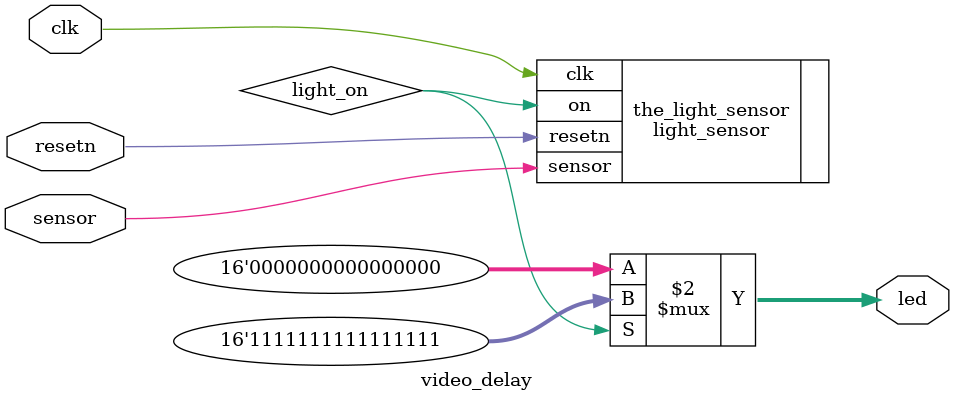
<source format=sv>
`timescale 1ps/1ps

module video_delay #()(
    input logic clk,
    input logic resetn,

    input logic sensor,
    output logic [15:0] led);

    logic light_on;

    light_sensor the_light_sensor(
        .clk(clk),
        .resetn(resetn),
        .sensor(sensor),
        .on(light_on));

    always_comb begin
        led = light_on ? '1 : '0;
    end
endmodule

</source>
